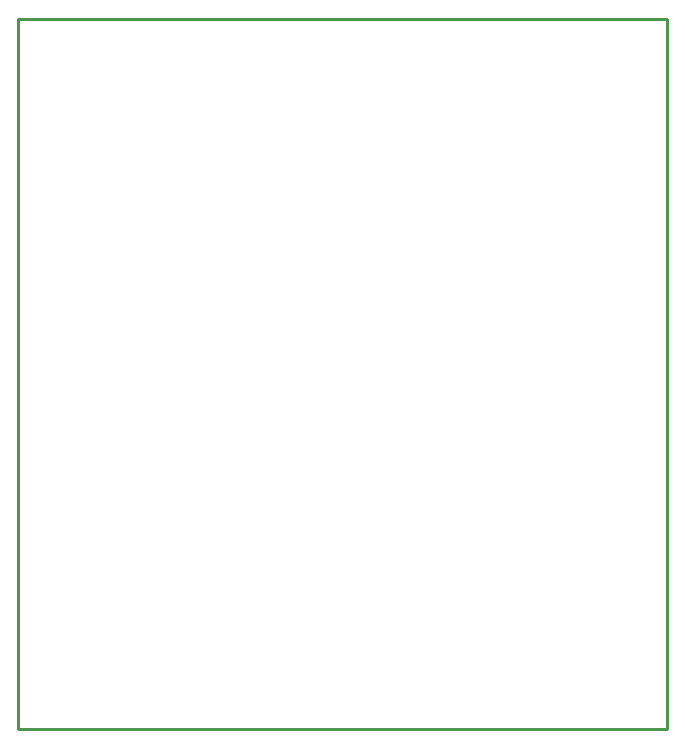
<source format=gko>
G04*
G04 #@! TF.GenerationSoftware,Altium Limited,Altium Designer,23.4.1 (23)*
G04*
G04 Layer_Color=16711935*
%FSLAX44Y44*%
%MOMM*%
G71*
G04*
G04 #@! TF.SameCoordinates,85A289D2-1239-4559-B1A6-7CFCC22C1876*
G04*
G04*
G04 #@! TF.FilePolarity,Positive*
G04*
G01*
G75*
%ADD10C,0.2540*%
D10*
Y963930D02*
X550000Y963930D01*
X549910D02*
X549910Y363220D01*
X0D02*
X550000D01*
X0Y963930D02*
X0Y363220D01*
M02*

</source>
